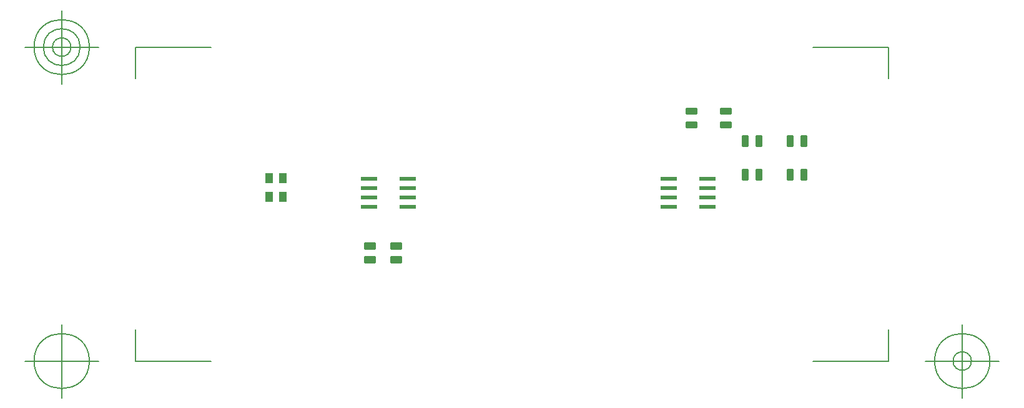
<source format=gbr>
G04 Generated by Ultiboard 14.0 *
%FSLAX34Y34*%
%MOMM*%

%ADD10C,0.0001*%
%ADD11C,0.1270*%
%ADD12R,1.0500X1.4000*%
%ADD13R,2.2000X0.6000*%
%ADD14R,0.5718X1.1857*%
%ADD15C,0.4232*%
%ADD16R,1.1857X0.5718*%


G04 ColorRGB 006666 for the following layer *
%LNPaste Mask Top*%
%LPD*%
G54D10*
G54D11*
X-2540Y599440D02*
X-2540Y642113D01*
X-2540Y599440D02*
X99568Y599440D01*
X1018543Y599440D02*
X916435Y599440D01*
X1018543Y599440D02*
X1018543Y642113D01*
X1018543Y1026168D02*
X1018543Y983495D01*
X1018543Y1026168D02*
X916435Y1026168D01*
X-2540Y1026168D02*
X99568Y1026168D01*
X-2540Y1026168D02*
X-2540Y983495D01*
X-52540Y599440D02*
X-152540Y599440D01*
X-102540Y549440D02*
X-102540Y649440D01*
X-140040Y599440D02*
G75*
D01*
G02X-140040Y599440I37500J0*
G01*
X1068543Y599440D02*
X1168543Y599440D01*
X1118543Y549440D02*
X1118543Y649440D01*
X1081043Y599440D02*
G75*
D01*
G02X1081043Y599440I37500J0*
G01*
X1106043Y599440D02*
G75*
D01*
G02X1106043Y599440I12500J0*
G01*
X-52540Y1026168D02*
X-152540Y1026168D01*
X-102540Y976168D02*
X-102540Y1076168D01*
X-140040Y1026168D02*
G75*
D01*
G02X-140040Y1026168I37500J0*
G01*
X-127540Y1026168D02*
G75*
D01*
G02X-127540Y1026168I25000J0*
G01*
X-115040Y1026168D02*
G75*
D01*
G02X-115040Y1026168I12500J0*
G01*
G54D12*
X178460Y848360D03*
X197460Y848360D03*
X178460Y822960D03*
X197460Y822960D03*
G54D13*
X314360Y808990D03*
X366360Y808990D03*
X314360Y834390D03*
X314360Y821690D03*
X366360Y834390D03*
X366360Y821690D03*
X314360Y847090D03*
X366360Y847090D03*
X720760Y808990D03*
X720760Y821690D03*
X772760Y808990D03*
X772760Y821690D03*
X720760Y834390D03*
X772760Y834390D03*
X720760Y847090D03*
X772760Y847090D03*
G54D14*
X823807Y899160D03*
X842433Y899160D03*
X903393Y853440D03*
X884767Y853440D03*
X903393Y899160D03*
X884767Y899160D03*
X823807Y853440D03*
X842433Y853440D03*
G54D15*
X820948Y893232D02*
X826666Y893232D01*
X826666Y905088D01*
X820948Y905088D01*
X820948Y893232D01*D02*
X839574Y893232D02*
X845292Y893232D01*
X845292Y905088D01*
X839574Y905088D01*
X839574Y893232D01*D02*
X900534Y847512D02*
X906252Y847512D01*
X906252Y859368D01*
X900534Y859368D01*
X900534Y847512D01*D02*
X881908Y847512D02*
X887626Y847512D01*
X887626Y859368D01*
X881908Y859368D01*
X881908Y847512D01*D02*
X309032Y753214D02*
X320888Y753214D01*
X320888Y758932D01*
X309032Y758932D01*
X309032Y753214D01*D02*
X309032Y734588D02*
X320888Y734588D01*
X320888Y740306D01*
X309032Y740306D01*
X309032Y734588D01*D02*
X344592Y753214D02*
X356448Y753214D01*
X356448Y758932D01*
X344592Y758932D01*
X344592Y753214D01*D02*
X344592Y734588D02*
X356448Y734588D01*
X356448Y740306D01*
X344592Y740306D01*
X344592Y734588D01*D02*
X791632Y918076D02*
X803488Y918076D01*
X803488Y923794D01*
X791632Y923794D01*
X791632Y918076D01*D02*
X791632Y936703D02*
X803488Y936703D01*
X803488Y942421D01*
X791632Y942421D01*
X791632Y936703D01*D02*
X745274Y918076D02*
X757130Y918076D01*
X757130Y923794D01*
X745274Y923794D01*
X745274Y918076D01*D02*
X745274Y936703D02*
X757130Y936703D01*
X757130Y942421D01*
X745274Y942421D01*
X745274Y936703D01*D02*
X900534Y893232D02*
X906252Y893232D01*
X906252Y905088D01*
X900534Y905088D01*
X900534Y893232D01*D02*
X881908Y893232D02*
X887626Y893232D01*
X887626Y905088D01*
X881908Y905088D01*
X881908Y893232D01*D02*
X820948Y847512D02*
X826666Y847512D01*
X826666Y859368D01*
X820948Y859368D01*
X820948Y847512D01*D02*
X839574Y847512D02*
X845292Y847512D01*
X845292Y859368D01*
X839574Y859368D01*
X839574Y847512D01*D02*
G54D16*
X314960Y756073D03*
X314960Y737447D03*
X350520Y756073D03*
X350520Y737447D03*
X797560Y920935D03*
X797560Y939562D03*
X751202Y920935D03*
X751202Y939562D03*

M02*

</source>
